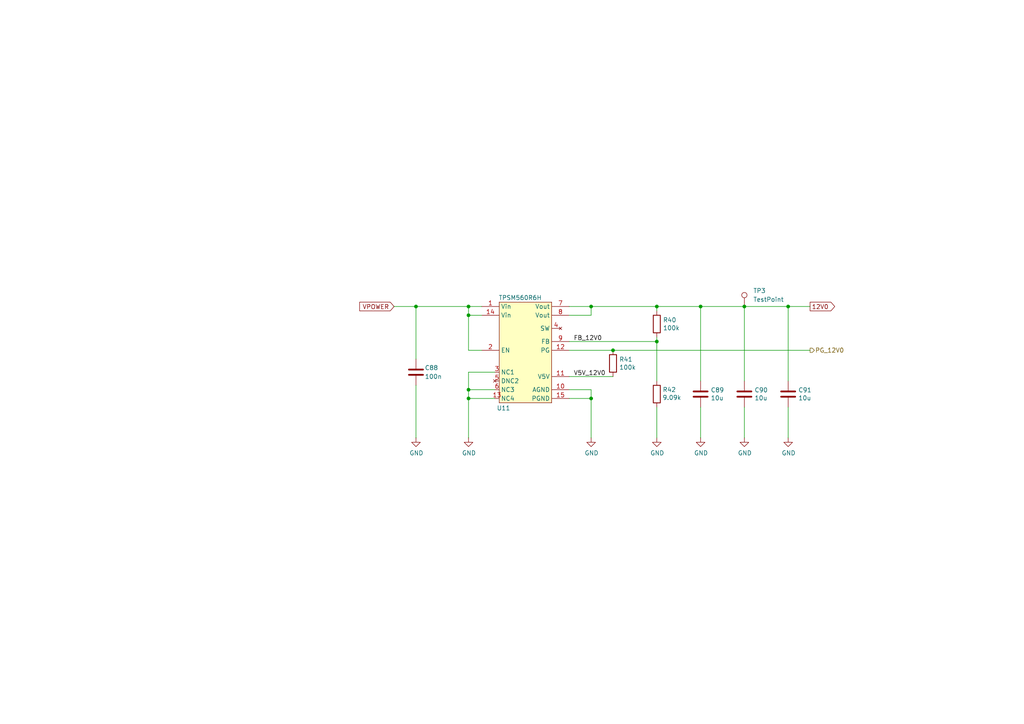
<source format=kicad_sch>
(kicad_sch (version 20231120) (generator "eeschema") (generator_version "8.0")
  (paper "A4")
  (title_block (title "Open MOtor DRiver Initiative  - Single Axis (OMODRI_SA)") (date "2025-03-07") (rev "1.0") (company "LAAS/CNRS"))
  (lib_symbols
    (symbol "Connector:TestPoint" (pin_numbers hide) (pin_names (offset 0.762) hide)
      (property "Reference" "TP" (at 0 6.858 0))
      (property "Value" "TestPoint" (at 0 5.08 0))
      (symbol "TestPoint_0_1"
        (circle (center 0 3.302) (radius 0.762))
      )
      (symbol "TestPoint_1_1"
        (pin passive line (at 0 0 90) (length 2.54) (name "1") (number "1"))
      )
    )
    (symbol "Device:C" (pin_numbers hide) (pin_names (offset 0.254))
      (property "Reference" "C" (at 0.635 2.54 0))
      (property "Value" "C" (at 0.635 -2.54 0))
      (symbol "C_0_1"
        (polyline (pts (xy -2.032 -0.762) (xy 2.032 -0.762)) (stroke (width 0.508)))
        (polyline (pts (xy -2.032 0.762) (xy 2.032 0.762)) (stroke (width 0.508)))
      )
      (symbol "C_1_1"
        (pin passive line (at 0 3.81 270) (length 2.794) (name "~") (number "1"))
        (pin passive line (at 0 -3.81 90) (length 2.794) (name "~") (number "2"))
      )
    )
    (symbol "Device:R" (pin_numbers hide) (pin_names (offset 0))
      (property "Reference" "R" (at 2.032 0 90))
      (property "Value" "R" (at 0 0 90))
      (symbol "R_0_1"
        (rectangle (start -1.016 -2.54) (end 1.016 2.54) (stroke (width 0.254)))
      )
      (symbol "R_1_1"
        (pin passive line (at 0 3.81 270) (length 1.27) (name "~") (number "1"))
        (pin passive line (at 0 -3.81 90) (length 1.27) (name "~") (number "2"))
      )
    )
    (symbol "omodri_lib:TPSM560R6H"
      (property "Reference" "U" (at 0 9.652 0))
      (property "Value" "TPSM560R6H" (at 0 7.62 0))
      (symbol "TPSM560R6H_1_1"
        (rectangle (start -7.62 6.35) (end 7.62 -22.86) (stroke (width 0.1524)) (fill (type background)))
        (pin power_in line (at -12.7 5.08 0) (length 5.08) (name "Vin") (number "1"))
        (pin passive line (at 12.7 -19.05 180) (length 5.08) (name "AGND") (number "10"))
        (pin output line (at 12.7 -15.24 180) (length 5.08) (name "V5V") (number "11"))
        (pin open_collector line (at 12.7 -7.62 180) (length 5.08) (name "PG") (number "12"))
        (pin passive line (at -8.89 -21.59 0) (length 1.27) (name "NC4") (number "13"))
        (pin power_in line (at -12.7 2.54 0) (length 5.08) (name "Vin") (number "14"))
        (pin passive line (at 12.7 -21.59 180) (length 5.08) (name "PGND") (number "15"))
        (pin input line (at -12.7 -7.62 0) (length 5.08) (name "EN") (number "2"))
        (pin passive line (at -8.89 -13.97 0) (length 1.27) (name "NC1") (number "3"))
        (pin no_connect line (at 10.16 -1.27 180) (length 2.54) (name "SW") (number "4"))
        (pin no_connect line (at -8.89 -16.51 0) (length 1.27) (name "DNC2") (number "5"))
        (pin passive line (at -8.89 -19.05 0) (length 1.27) (name "NC3") (number "6"))
        (pin passive line (at 12.7 5.08 180) (length 5.08) (name "Vout") (number "7"))
        (pin passive line (at 12.7 2.54 180) (length 5.08) (name "Vout") (number "8"))
        (pin input line (at 12.7 -5.08 180) (length 5.08) (name "FB") (number "9"))
      )
    )
    (symbol "power:GND" (power) (pin_numbers hide) (pin_names (offset 0) hide)
      (property "Value" "GND" (at 0 -3.81 0))
      (symbol "GND_0_1"
        (polyline (pts (xy 0 0) (xy 0 -1.27) (xy 1.27 -1.27) (xy 0 -2.54) (xy -1.27 -1.27) (xy 0 -1.27)))
      )
      (symbol "GND_1_1"
        (pin power_in line (at 0 0 270) (length 0) (name "~") (number "1"))
      )
    )
  )
  (junction (at 171.45 88.9))
  (junction (at 135.89 115.57))
  (junction (at 228.6 88.9))
  (junction (at 135.89 91.44))
  (junction (at 171.45 115.57))
  (junction (at 135.89 88.9))
  (junction (at 215.9 88.9))
  (junction (at 120.65 88.9))
  (junction (at 135.89 113.03))
  (junction (at 177.8 101.6))
  (junction (at 190.5 88.9))
  (junction (at 190.5 99.06))
  (junction (at 203.2 88.9))
  (wire (pts (xy 203.2 118.11) (xy 203.2 127)))
  (wire (pts (xy 171.45 127) (xy 171.45 115.57)))
  (wire (pts (xy 215.9 118.11) (xy 215.9 127)))
  (wire (pts (xy 165.1 109.22) (xy 177.8 109.22)))
  (wire (pts (xy 165.1 91.44) (xy 171.45 91.44)))
  (wire (pts (xy 215.9 88.9) (xy 215.9 110.49)))
  (wire (pts (xy 203.2 88.9) (xy 203.2 110.49)))
  (wire (pts (xy 114.3 88.9) (xy 120.65 88.9)))
  (wire (pts (xy 165.1 101.6) (xy 177.8 101.6)))
  (wire (pts (xy 135.89 88.9) (xy 139.7 88.9)))
  (wire (pts (xy 190.5 88.9) (xy 203.2 88.9)))
  (wire (pts (xy 190.5 97.79) (xy 190.5 99.06)))
  (wire (pts (xy 165.1 99.06) (xy 190.5 99.06)))
  (wire (pts (xy 135.89 91.44) (xy 139.7 91.44)))
  (wire (pts (xy 190.5 99.06) (xy 190.5 110.49)))
  (wire (pts (xy 171.45 91.44) (xy 171.45 88.9)))
  (wire (pts (xy 120.65 111.76) (xy 120.65 127)))
  (wire (pts (xy 177.8 101.6) (xy 234.95 101.6)))
  (wire (pts (xy 228.6 88.9) (xy 228.6 110.49)))
  (wire (pts (xy 165.1 115.57) (xy 171.45 115.57)))
  (wire (pts (xy 120.65 88.9) (xy 135.89 88.9)))
  (wire (pts (xy 165.1 88.9) (xy 171.45 88.9)))
  (wire (pts (xy 135.89 107.95) (xy 143.51 107.95)))
  (wire (pts (xy 190.5 88.9) (xy 190.5 90.17)))
  (wire (pts (xy 165.1 113.03) (xy 171.45 113.03)))
  (wire (pts (xy 135.89 91.44) (xy 135.89 88.9)))
  (wire (pts (xy 215.9 88.9) (xy 228.6 88.9)))
  (wire (pts (xy 228.6 118.11) (xy 228.6 127)))
  (wire (pts (xy 135.89 115.57) (xy 143.51 115.57)))
  (wire (pts (xy 135.89 113.03) (xy 135.89 115.57)))
  (wire (pts (xy 215.9 88.9) (xy 203.2 88.9)))
  (wire (pts (xy 171.45 88.9) (xy 190.5 88.9)))
  (wire (pts (xy 135.89 115.57) (xy 135.89 127)))
  (wire (pts (xy 190.5 118.11) (xy 190.5 127)))
  (wire (pts (xy 135.89 113.03) (xy 143.51 113.03)))
  (wire (pts (xy 135.89 101.6) (xy 135.89 91.44)))
  (wire (pts (xy 120.65 88.9) (xy 120.65 104.14)))
  (wire (pts (xy 171.45 113.03) (xy 171.45 115.57)))
  (wire (pts (xy 228.6 88.9) (xy 234.95 88.9)))
  (wire (pts (xy 139.7 101.6) (xy 135.89 101.6)))
  (wire (pts (xy 135.89 107.95) (xy 135.89 113.03)))
  (label "FB_12V0" (at 166.37 99.06 0))
  (label "V5V_12V0" (at 166.37 109.22 0))
  (global_label "VPOWER" (shape input) (at 114.3 88.9 180) (property "Intersheetrefs" "${INTERSHEET_REFS}" (effects (hide yes))) (property "Références Inter-Feuilles" "${INTERSHEET_REFS}" (effects (hide yes))))
  (global_label "12V0" (shape output) (at 234.95 88.9 0) (property "Intersheetrefs" "${INTERSHEET_REFS}" (effects (hide yes))) (property "Références Inter-Feuilles" "${INTERSHEET_REFS}" (effects (hide yes))))
  (hierarchical_label "PG_12V0" (shape output) (at 234.95 101.6 0))
  (symbol (lib_id "power:GND") (at 228.6 127 0) (unit 1)
    (property "Reference" "#PWR0133" (effects (hide yes)))
    (property "Value" "GND" (at 228.727 131.3942 0))
    (property "Description" "Power symbol creates a global label with name \"GND\" , ground" (effects (hide yes)))
  )
  (symbol (lib_id "Device:C") (at 228.6 114.3 0) (unit 1)
    (property "Reference" "C91" (at 231.521 113.1316 0) (effects (justify left)))
    (property "Value" "10u" (at 231.521 115.443 0) (effects (justify left)))
    (property "Footprint" "Capacitor_SMD:C_0603_1608Metric" (effects (hide yes)))
    (property "Datasheet" "https://www.murata.com/en-eu/products/productdetail?partno=GRM188R61E106MA73%23" (effects (hide yes)))
    (property "Description" "0603, 10uf, 25V,  ±20%, X5R, SMD MLCC" (effects (hide yes)))
    (property "RS" "815-1377" (effects (hide yes)))
    (property "Farnell" "1907503" (effects (hide yes)))
    (property "Mouser" "81-GRM188R61E106MA3D" (effects (hide yes)))
    (property "DigiKey" "490-7202-1-ND" (effects (hide yes)))
    (property "Part No" "GRM188R61E106MA73D" (effects (hide yes)))
    (property "LCSC" "C91606" (effects (hide yes)))
    (property "Manufacturer" "MURATA" (effects (hide yes)))
    (property "Assembling" "SMD" (effects (hide yes)))
  )
  (symbol (lib_id "power:GND") (at 203.2 127 0) (unit 1)
    (property "Reference" "#PWR0131" (effects (hide yes)))
    (property "Value" "GND" (at 203.327 131.3942 0))
    (property "Description" "Power symbol creates a global label with name \"GND\" , ground" (effects (hide yes)))
  )
  (symbol (lib_id "omodri_lib:TPSM560R6H") (at 152.4 93.98 0) (unit 1)
    (property "Reference" "U11" (at 146.05 118.364 0))
    (property "Value" "TPSM560R6H" (at 150.876 86.36 0))
    (property "Footprint" "udriver3:B3QFN_15" (effects (hide yes)))
    (property "Datasheet" "https://www.ti.com/lit/ds/symlink/tpsm560r6h.pdf" (effects (hide yes)))
    (property "Description" "B3QFN-15, 4.2-V to 60-V in, 1-V to 16-V out, 0.6-A step-down Converter With Integrated Inductor (5-mm x 5.5-mm x 4-mm)" (effects (hide yes)))
    (property "DigiKey" "296-TPSM560R6HRDARCT-ND" (effects (hide yes)))
    (property "Mouser" "595-TPSM560R6HRDAR" (effects (hide yes)))
    (property "Part No" "TPSM560R6HRDAR" (effects (hide yes)))
    (property "LCSC" "C5219341" (effects (hide yes)))
    (property "Manufacturer" "TEXAS INSTRUMENTS" (effects (hide yes)))
    (property "Assembling" "SMD" (effects (hide yes)))
  )
  (symbol (lib_id "power:GND") (at 215.9 127 0) (unit 1)
    (property "Reference" "#PWR0132" (effects (hide yes)))
    (property "Value" "GND" (at 216.027 131.3942 0))
    (property "Description" "Power symbol creates a global label with name \"GND\" , ground" (effects (hide yes)))
  )
  (symbol (lib_id "Device:C") (at 215.9 114.3 0) (unit 1)
    (property "Reference" "C90" (at 218.821 113.1316 0) (effects (justify left)))
    (property "Value" "10u" (at 218.821 115.443 0) (effects (justify left)))
    (property "Footprint" "Capacitor_SMD:C_0603_1608Metric" (effects (hide yes)))
    (property "Datasheet" "https://www.murata.com/en-eu/products/productdetail?partno=GRM188R61E106MA73%23" (effects (hide yes)))
    (property "Description" "0603, 10uf, 25V,  ±20%, X5R, SMD MLCC" (effects (hide yes)))
    (property "RS" "815-1377" (effects (hide yes)))
    (property "Farnell" "1907503" (effects (hide yes)))
    (property "Mouser" "81-GRM188R61E106MA3D" (effects (hide yes)))
    (property "DigiKey" "490-7202-1-ND" (effects (hide yes)))
    (property "Part No" "GRM188R61E106MA73D" (effects (hide yes)))
    (property "LCSC" "C91606" (effects (hide yes)))
    (property "Manufacturer" "MURATA" (effects (hide yes)))
    (property "Assembling" "SMD" (effects (hide yes)))
  )
  (symbol (lib_id "Connector:TestPoint") (at 215.9 88.9 0) (unit 1) (in_bom no)
    (property "Reference" "TP3" (at 218.44 84.3279 0) (effects (justify left)))
    (property "Value" "TestPoint" (at 218.44 86.8679 0) (effects (justify left)))
    (property "Footprint" "TestPoint:TestPoint_Pad_D1.0mm" (effects (hide yes)))
    (property "Description" "test point" (effects (hide yes)))
    (property "Assembling" "SMD" (effects (hide yes)))
  )
  (symbol (lib_id "power:GND") (at 190.5 127 0) (unit 1)
    (property "Reference" "#PWR0130" (effects (hide yes)))
    (property "Value" "GND" (at 190.627 131.3942 0))
    (property "Description" "Power symbol creates a global label with name \"GND\" , ground" (effects (hide yes)))
  )
  (symbol (lib_id "Device:R") (at 190.5 114.3 180) (unit 1)
    (property "Reference" "R42" (at 196.088 113.03 0) (effects (justify left)))
    (property "Value" "9.09k" (at 197.612 115.316 0) (effects (justify left)))
    (property "Footprint" "Resistor_SMD:R_0201_0603Metric" (effects (hide yes)))
    (property "Datasheet" "https://industrial.panasonic.com/sa/products/pt/general-purpose-chip-resistors/models/ERJ1GNF9091C" (effects (hide yes)))
    (property "Description" "0201, 9.09kΩ, 0.05W, ±1%, SMD  resistor" (effects (hide yes)))
    (property "DigiKey" "P123195CT-ND" (effects (hide yes)))
    (property "Farnell" "3303126" (effects (hide yes)))
    (property "Mouser" "667-ERJ-1GNF9091C" (effects (hide yes)))
    (property "Part No" "ERJ1GNF9091C" (effects (hide yes)))
    (property "LCSC" "C2085464" (effects (hide yes)))
    (property "Manufacturer" "PANASONIC" (effects (hide yes)))
    (property "Assembling" "SMD" (effects (hide yes)))
  )
  (symbol (lib_id "power:GND") (at 135.89 127 0) (unit 1)
    (property "Reference" "#PWR0128" (effects (hide yes)))
    (property "Value" "GND" (at 136.017 131.3942 0))
    (property "Description" "Power symbol creates a global label with name \"GND\" , ground" (effects (hide yes)))
  )
  (symbol (lib_id "Device:C") (at 203.2 114.3 0) (unit 1)
    (property "Reference" "C89" (at 206.121 113.1316 0) (effects (justify left)))
    (property "Value" "10u" (at 206.121 115.443 0) (effects (justify left)))
    (property "Footprint" "Capacitor_SMD:C_0603_1608Metric" (effects (hide yes)))
    (property "Datasheet" "https://www.murata.com/en-eu/products/productdetail?partno=GRM188R61E106MA73%23" (effects (hide yes)))
    (property "Description" "0603, 10uf, 25V,  ±20%, X5R, SMD MLCC" (effects (hide yes)))
    (property "RS" "815-1377" (effects (hide yes)))
    (property "Farnell" "1907503" (effects (hide yes)))
    (property "Mouser" "81-GRM188R61E106MA3D" (effects (hide yes)))
    (property "DigiKey" "490-7202-1-ND" (effects (hide yes)))
    (property "Part No" "GRM188R61E106MA73D" (effects (hide yes)))
    (property "LCSC" "C91606" (effects (hide yes)))
    (property "Manufacturer" "MURATA" (effects (hide yes)))
    (property "Assembling" "SMD" (effects (hide yes)))
  )
  (symbol (lib_id "Device:R") (at 177.8 105.41 0) (unit 1)
    (property "Reference" "R41" (at 179.578 104.2416 0) (effects (justify left)))
    (property "Value" "100k" (at 179.578 106.553 0) (effects (justify left)))
    (property "Footprint" "Resistor_SMD:R_0201_0603Metric" (effects (hide yes)))
    (property "Datasheet" "https://industrial.panasonic.com/sa/products/pt/general-purpose-chip-resistors/models/ERJ1GNF1003C" (effects (hide yes)))
    (property "Description" "0201, 100kΩ, 0.05W, ±1%, SMD  resistor" (effects (hide yes)))
    (property "DigiKey" "P122655CT-ND" (effects (hide yes)))
    (property "Farnell" "2302389" (effects (hide yes)))
    (property "Mouser" "667-ERJ-1GNF1003C" (effects (hide yes)))
    (property "Part No" "ERJ1GNF1003C" (effects (hide yes)))
    (property "RS" "179-7130" (effects (hide yes)))
    (property "LCSC" " C717003" (effects (hide yes)))
    (property "Manufacturer" "PANASONIC" (effects (hide yes)))
    (property "Assembling" "SMD" (effects (hide yes)))
  )
  (symbol (lib_id "Device:C") (at 120.65 107.95 0) (unit 1)
    (property "Reference" "C88" (at 123.19 106.68 0) (effects (justify left)))
    (property "Value" "100n" (at 123.19 109.22 0) (effects (justify left)))
    (property "Footprint" "Capacitor_SMD:C_0603_1608Metric" (effects (hide yes)))
    (property "Datasheet" "https://www.murata.com/en-eu/products/productdetail?partno=GRM188R72A104KA35%23" (effects (hide yes)))
    (property "Description" "0603, 100nf, 100V,  ±10%, X7R, SMD MLCC" (effects (hide yes)))
    (property "RS" "247-8075" (effects (hide yes)))
    (property "Farnell" "1828921" (effects (hide yes)))
    (property "Mouser" "81-GRM188R72A104KA35" (effects (hide yes)))
    (property "DigiKey" "490-3285-1-ND" (effects (hide yes)))
    (property "Part No" "GRM188R72A104KA35D" (effects (hide yes)))
    (property "LCSC" "C77058" (effects (hide yes)))
    (property "Manufacturer" "MURATA" (effects (hide yes)))
    (property "Assembling" "SMD" (effects (hide yes)))
  )
  (symbol (lib_id "Device:R") (at 190.5 93.98 0) (unit 1)
    (property "Reference" "R40" (at 192.278 92.8116 0) (effects (justify left)))
    (property "Value" "100k" (at 192.278 95.123 0) (effects (justify left)))
    (property "Footprint" "Resistor_SMD:R_0201_0603Metric" (effects (hide yes)))
    (property "Datasheet" "https://industrial.panasonic.com/sa/products/pt/general-purpose-chip-resistors/models/ERJ1GNF1003C" (effects (hide yes)))
    (property "Description" "0201, 100kΩ, 0.05W, ±1%, SMD  resistor" (effects (hide yes)))
    (property "DigiKey" "P122655CT-ND" (effects (hide yes)))
    (property "Farnell" "2302389" (effects (hide yes)))
    (property "Mouser" "667-ERJ-1GNF1003C" (effects (hide yes)))
    (property "Part No" "ERJ1GNF1003C" (effects (hide yes)))
    (property "RS" "179-7130" (effects (hide yes)))
    (property "LCSC" " C717003" (effects (hide yes)))
    (property "Manufacturer" "PANASONIC" (effects (hide yes)))
    (property "Assembling" "SMD" (effects (hide yes)))
  )
  (symbol (lib_id "power:GND") (at 171.45 127 0) (unit 1)
    (property "Reference" "#PWR0129" (effects (hide yes)))
    (property "Value" "GND" (at 171.577 131.3942 0))
    (property "Description" "Power symbol creates a global label with name \"GND\" , ground" (effects (hide yes)))
  )
  (symbol (lib_id "power:GND") (at 120.65 127 0) (unit 1)
    (property "Reference" "#PWR0127" (effects (hide yes)))
    (property "Value" "GND" (at 120.777 131.3942 0))
    (property "Description" "Power symbol creates a global label with name \"GND\" , ground" (effects (hide yes)))
  )
)
</source>
